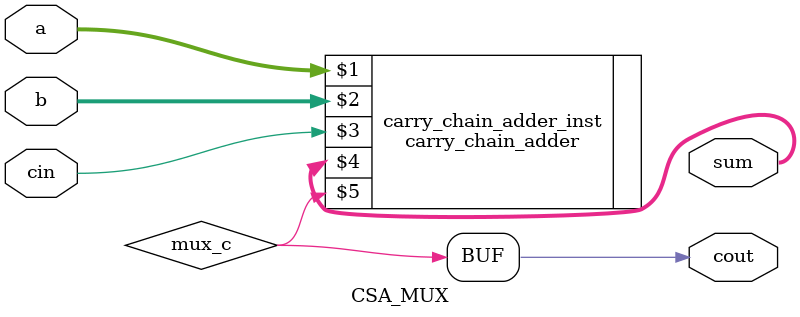
<source format=v>
module CSA_MUX #(
    parameter   N = 128)(
    input [N-1:0] a,
    input [N-1:0] b,
    input cin,
    output [N-1:0] sum,
    output cout
    );
    
    // N = 512, M = 32, N/M = 16 = m blocks of M-bit CLA
    // in total (N/M -1) = 15 = m-1 MUX each for sum and carry
    localparam  M = 128;
    localparam  m = N/M;
    
    // respectively the intermediate mux_c and mux_sum
    // for each i in m, there are a pair of adders that generates carry out, and one input carry from previous carry multiplexer, in total three carries per i.
    // for each i in m, there are a pair of adders that generates sum, each adder 512-bit sum excludes 32 bit which was addressed in the first alone adder. hence 480 bits.
    // in total aggregated to 480*2 bits sum buffer.
    
    wire    [3*(m-1):0]         mux_c;
    wire    [M-1:0] mux_sum_0[(m-2):0];
    wire    [M-1:0] mux_sum_1[(m-2):0];
    
    // instantiate the first adder, i = 0, for special cin input and sum output.
    // CLA_16b_EXP#(M) cla_inst(a[M-1:0], b[M-1:0], cin, sum[M-1:0], mux_c[0]);
//    two_CLA_16b_EXP#(M) cla_inst(a[M-1:0], b[M-1:0], cin, sum[M-1:0], mux_c[0]);
    // CLA_32b_LOOP#(M) cla_inst(a[M-1:0], b[M-1:0], cin, sum[M-1:0], mux_c[0]);
    //  CLA_32b_EXP#(M) cla_inst(a[M-1:0], b[M-1:0], cin, sum[M-1:0], mux_c[0]);
    carry_chain_adder#(M) carry_chain_adder_inst (a[M-1:0], b[M-1:0], cin, sum[M-1:0], mux_c[0]);


    // Group of 32-bit CLA adders with carry and sum outputs
    genvar i;
    generate
        for(i=1; i<m; i=i+1) 
        begin
             // instantiate the remaining (m-1)*2 CLAs
//            CLA_16b_EXP#(M) cla_inst_0( a[M*i +: M], b[M*i +: M], 0, mux_sum_0[i-1], mux_c[(3*i)-2]);
//            CLA_16b_EXP#(M) cla_inst_1( a[M*i +: M], b[M*i +: M], 1, mux_sum_1[i-1], mux_c[(3*i)-1]);
            
//            two_CLA_16b_EXP#(M) cla_inst_0( a[M*i +: M], b[M*i +: M], 0, mux_sum_0[i-1], mux_c[(3*i)-2]);
//            two_CLA_16b_EXP#(M) cla_inst_1( a[M*i +: M], b[M*i +: M], 1, mux_sum_1[i-1], mux_c[(3*i)-1]);

            // CLA_32b_LOOP#(M) cla_inst_0( a[M*i +: M], b[M*i +: M], 0, mux_sum_0[i-1], mux_c[(3*i)-2]);
            // CLA_32b_LOOP#(M) cla_inst_1( a[M*i +: M], b[M*i +: M], 1, mux_sum_1[i-1], mux_c[(3*i)-1]);

            // CLA_32b_EXP#(M) cla_inst_0( a[M*i +: M], b[M*i +: M], 0, mux_sum_0[i-1], mux_c[(3*i)-2]);
            // CLA_32b_EXP#(M) cla_inst_1( a[M*i +: M], b[M*i +: M], 1, mux_sum_1[i-1], mux_c[(3*i)-1]);
            
            carry_chain_adder#(M) carry_chain_adder_inst_0( a[M*i +: M], b[M*i +: M], 0, mux_sum_0[i-1], mux_c[(3*i)-2]);
            carry_chain_adder#(M) carry_chain_adder_inst_1( a[M*i +: M], b[M*i +: M], 1, mux_sum_1[i-1], mux_c[(3*i)-1]);

            // instantiate sum mux and carry mux
            assign sum[M*i +: M] = (mux_c[3*(i-1)] == 0)? mux_sum_0[i-1] : mux_sum_1[i-1];
            assign mux_c[3*i] = (mux_c[3*(i-1)] == 0)? mux_c[(3*i)-2] : mux_c[(3*i)-1];
        end
    endgenerate
    
    assign cout = mux_c[3*(m-1)];

endmodule
</source>
